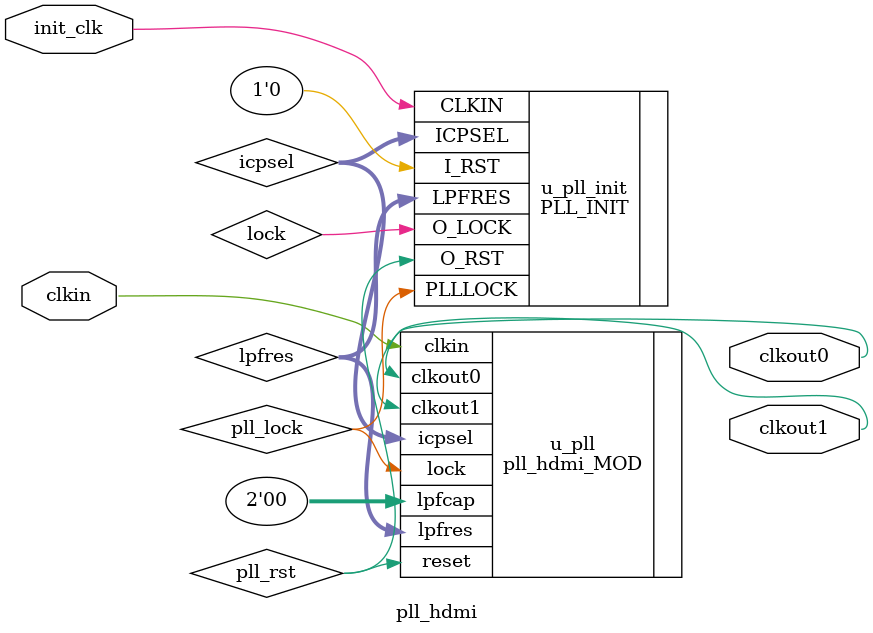
<source format=v>
module pll_hdmi(
    clkin,
    init_clk,
    clkout0,
    clkout1
);


input clkin;
input init_clk;
output clkout0;
output clkout1;
wire lock;
wire [5:0] icpsel;
wire [2:0] lpfres;
wire pll_lock;
wire pll_rst;


    pll_hdmi_MOD u_pll(
        .clkout1(clkout1),
        .clkout0(clkout0),
        .lock(pll_lock),
        .clkin(clkin),
        .reset(pll_rst),
        .icpsel(icpsel),
        .lpfres(lpfres),
        .lpfcap(2'b00)
    );


    PLL_INIT u_pll_init(
        .CLKIN(init_clk),
        .I_RST(1'b0),
        .O_RST(pll_rst),
        .PLLLOCK(pll_lock),
        .O_LOCK(lock),
        .ICPSEL(icpsel),
        .LPFRES(lpfres)
    );
    defparam u_pll_init.CLK_PERIOD = 20;
    defparam u_pll_init.MULTI_FAC = 10;


endmodule

</source>
